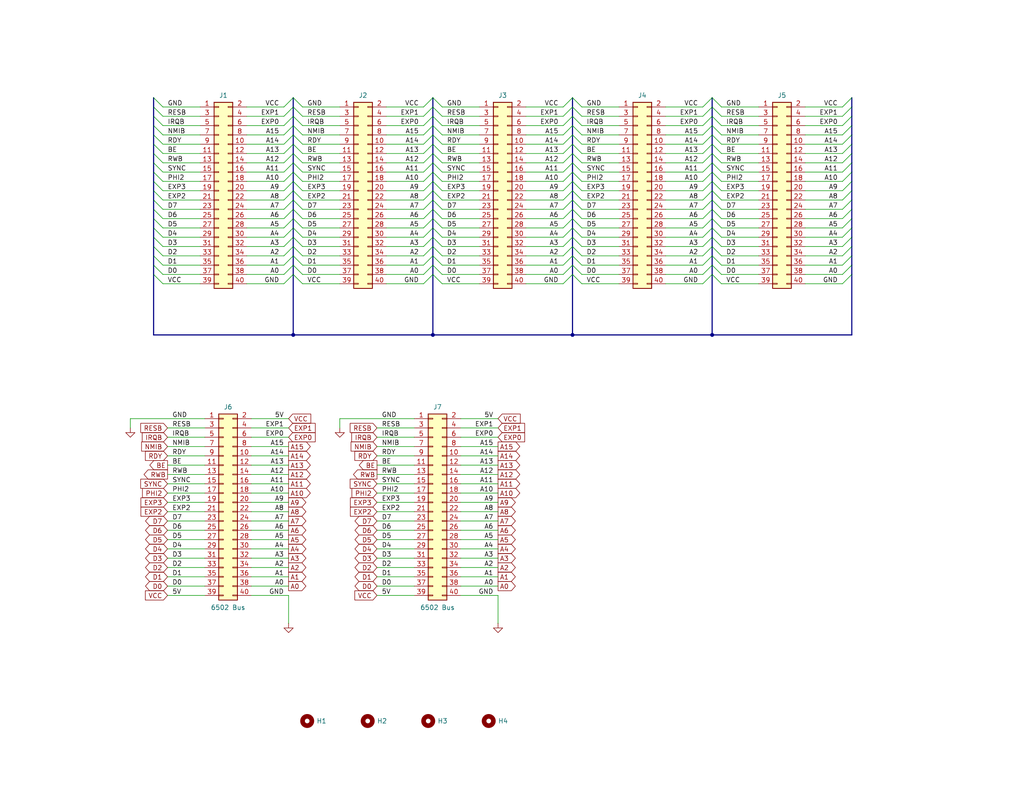
<source format=kicad_sch>
(kicad_sch (version 20231120) (generator "eeschema") (generator_version "8.0")
  (paper "USLetter")
  (title_block (title "6502 Backplane") (date "2024-07-03") (rev "1.0") (company "A.C. Wright Design"))
  (junction (at 156.21 91.44))
  (junction (at 118.11 91.44))
  (junction (at 80.01 91.44))
  (junction (at 194.31 91.44))
  (bus_entry (at 80.01 64.77) (size 2.54 2.54))
  (bus_entry (at 156.21 31.75) (size -2.54 2.54))
  (bus_entry (at 118.11 26.67) (size 2.54 2.54))
  (bus_entry (at 194.31 36.83) (size -2.54 2.54))
  (bus_entry (at 232.41 57.15) (size -2.54 2.54))
  (bus_entry (at 156.21 72.39) (size -2.54 2.54))
  (bus_entry (at 118.11 39.37) (size 2.54 2.54))
  (bus_entry (at 118.11 44.45) (size 2.54 2.54))
  (bus_entry (at 80.01 34.29) (size -2.54 2.54))
  (bus_entry (at 118.11 49.53) (size 2.54 2.54))
  (bus_entry (at 156.21 44.45) (size 2.54 2.54))
  (bus_entry (at 156.21 67.31) (size -2.54 2.54))
  (bus_entry (at 118.11 59.69) (size 2.54 2.54))
  (bus_entry (at 80.01 31.75) (size -2.54 2.54))
  (bus_entry (at 232.41 39.37) (size -2.54 2.54))
  (bus_entry (at 194.31 67.31) (size -2.54 2.54))
  (bus_entry (at 41.91 64.77) (size 2.54 2.54))
  (bus_entry (at 118.11 72.39) (size -2.54 2.54))
  (bus_entry (at 156.21 54.61) (size -2.54 2.54))
  (bus_entry (at 118.11 36.83) (size 2.54 2.54))
  (bus_entry (at 156.21 74.93) (size -2.54 2.54))
  (bus_entry (at 194.31 52.07) (size 2.54 2.54))
  (bus_entry (at 80.01 41.91) (size 2.54 2.54))
  (bus_entry (at 194.31 49.53) (size 2.54 2.54))
  (bus_entry (at 41.91 41.91) (size 2.54 2.54))
  (bus_entry (at 80.01 74.93) (size 2.54 2.54))
  (bus_entry (at 41.91 62.23) (size 2.54 2.54))
  (bus_entry (at 194.31 44.45) (size 2.54 2.54))
  (bus_entry (at 156.21 54.61) (size 2.54 2.54))
  (bus_entry (at 41.91 59.69) (size 2.54 2.54))
  (bus_entry (at 80.01 46.99) (size -2.54 2.54))
  (bus_entry (at 118.11 46.99) (size -2.54 2.54))
  (bus_entry (at 232.41 52.07) (size -2.54 2.54))
  (bus_entry (at 118.11 72.39) (size 2.54 2.54))
  (bus_entry (at 41.91 74.93) (size 2.54 2.54))
  (bus_entry (at 80.01 31.75) (size 2.54 2.54))
  (bus_entry (at 194.31 69.85) (size 2.54 2.54))
  (bus_entry (at 80.01 39.37) (size 2.54 2.54))
  (bus_entry (at 194.31 59.69) (size -2.54 2.54))
  (bus_entry (at 118.11 74.93) (size 2.54 2.54))
  (bus_entry (at 80.01 67.31) (size 2.54 2.54))
  (bus_entry (at 156.21 44.45) (size -2.54 2.54))
  (bus_entry (at 194.31 31.75) (size -2.54 2.54))
  (bus_entry (at 156.21 69.85) (size 2.54 2.54))
  (bus_entry (at 232.41 31.75) (size -2.54 2.54))
  (bus_entry (at 80.01 62.23) (size -2.54 2.54))
  (bus_entry (at 156.21 39.37) (size 2.54 2.54))
  (bus_entry (at 80.01 54.61) (size 2.54 2.54))
  (bus_entry (at 41.91 36.83) (size 2.54 2.54))
  (bus_entry (at 156.21 46.99) (size 2.54 2.54))
  (bus_entry (at 41.91 72.39) (size 2.54 2.54))
  (bus_entry (at 118.11 64.77) (size -2.54 2.54))
  (bus_entry (at 156.21 62.23) (size -2.54 2.54))
  (bus_entry (at 194.31 54.61) (size -2.54 2.54))
  (bus_entry (at 156.21 62.23) (size 2.54 2.54))
  (bus_entry (at 118.11 67.31) (size 2.54 2.54))
  (bus_entry (at 80.01 67.31) (size -2.54 2.54))
  (bus_entry (at 80.01 52.07) (size 2.54 2.54))
  (bus_entry (at 80.01 69.85) (size 2.54 2.54))
  (bus_entry (at 118.11 34.29) (size -2.54 2.54))
  (bus_entry (at 194.31 62.23) (size -2.54 2.54))
  (bus_entry (at 156.21 26.67) (size -2.54 2.54))
  (bus_entry (at 118.11 29.21) (size 2.54 2.54))
  (bus_entry (at 156.21 34.29) (size 2.54 2.54))
  (bus_entry (at 118.11 69.85) (size -2.54 2.54))
  (bus_entry (at 232.41 44.45) (size -2.54 2.54))
  (bus_entry (at 194.31 74.93) (size 2.54 2.54))
  (bus_entry (at 194.31 54.61) (size 2.54 2.54))
  (bus_entry (at 194.31 39.37) (size -2.54 2.54))
  (bus_entry (at 118.11 31.75) (size -2.54 2.54))
  (bus_entry (at 194.31 41.91) (size -2.54 2.54))
  (bus_entry (at 41.91 69.85) (size 2.54 2.54))
  (bus_entry (at 118.11 62.23) (size -2.54 2.54))
  (bus_entry (at 118.11 44.45) (size -2.54 2.54))
  (bus_entry (at 232.41 72.39) (size -2.54 2.54))
  (bus_entry (at 194.31 57.15) (size 2.54 2.54))
  (bus_entry (at 156.21 36.83) (size -2.54 2.54))
  (bus_entry (at 156.21 31.75) (size 2.54 2.54))
  (bus_entry (at 232.41 62.23) (size -2.54 2.54))
  (bus_entry (at 232.41 36.83) (size -2.54 2.54))
  (bus_entry (at 194.31 31.75) (size 2.54 2.54))
  (bus_entry (at 118.11 64.77) (size 2.54 2.54))
  (bus_entry (at 41.91 26.67) (size 2.54 2.54))
  (bus_entry (at 194.31 64.77) (size -2.54 2.54))
  (bus_entry (at 194.31 72.39) (size -2.54 2.54))
  (bus_entry (at 118.11 52.07) (size -2.54 2.54))
  (bus_entry (at 41.91 31.75) (size 2.54 2.54))
  (bus_entry (at 194.31 52.07) (size -2.54 2.54))
  (bus_entry (at 194.31 29.21) (size -2.54 2.54))
  (bus_entry (at 194.31 49.53) (size -2.54 2.54))
  (bus_entry (at 118.11 54.61) (size 2.54 2.54))
  (bus_entry (at 41.91 52.07) (size 2.54 2.54))
  (bus_entry (at 118.11 59.69) (size -2.54 2.54))
  (bus_entry (at 41.91 49.53) (size 2.54 2.54))
  (bus_entry (at 156.21 69.85) (size -2.54 2.54))
  (bus_entry (at 232.41 46.99) (size -2.54 2.54))
  (bus_entry (at 194.31 34.29) (size 2.54 2.54))
  (bus_entry (at 156.21 29.21) (size -2.54 2.54))
  (bus_entry (at 118.11 62.23) (size 2.54 2.54))
  (bus_entry (at 80.01 49.53) (size -2.54 2.54))
  (bus_entry (at 80.01 26.67) (size 2.54 2.54))
  (bus_entry (at 80.01 44.45) (size -2.54 2.54))
  (bus_entry (at 194.31 29.21) (size 2.54 2.54))
  (bus_entry (at 194.31 26.67) (size 2.54 2.54))
  (bus_entry (at 118.11 41.91) (size -2.54 2.54))
  (bus_entry (at 118.11 46.99) (size 2.54 2.54))
  (bus_entry (at 118.11 57.15) (size -2.54 2.54))
  (bus_entry (at 232.41 74.93) (size -2.54 2.54))
  (bus_entry (at 118.11 31.75) (size 2.54 2.54))
  (bus_entry (at 41.91 29.21) (size 2.54 2.54))
  (bus_entry (at 80.01 41.91) (size -2.54 2.54))
  (bus_entry (at 118.11 69.85) (size 2.54 2.54))
  (bus_entry (at 232.41 54.61) (size -2.54 2.54))
  (bus_entry (at 156.21 34.29) (size -2.54 2.54))
  (bus_entry (at 232.41 29.21) (size -2.54 2.54))
  (bus_entry (at 80.01 46.99) (size 2.54 2.54))
  (bus_entry (at 41.91 46.99) (size 2.54 2.54))
  (bus_entry (at 41.91 57.15) (size 2.54 2.54))
  (bus_entry (at 118.11 57.15) (size 2.54 2.54))
  (bus_entry (at 41.91 39.37) (size 2.54 2.54))
  (bus_entry (at 80.01 26.67) (size -2.54 2.54))
  (bus_entry (at 118.11 34.29) (size 2.54 2.54))
  (bus_entry (at 118.11 29.21) (size -2.54 2.54))
  (bus_entry (at 194.31 67.31) (size 2.54 2.54))
  (bus_entry (at 156.21 64.77) (size -2.54 2.54))
  (bus_entry (at 156.21 59.69) (size -2.54 2.54))
  (bus_entry (at 156.21 64.77) (size 2.54 2.54))
  (bus_entry (at 41.91 54.61) (size 2.54 2.54))
  (bus_entry (at 156.21 49.53) (size -2.54 2.54))
  (bus_entry (at 194.31 26.67) (size -2.54 2.54))
  (bus_entry (at 194.31 46.99) (size -2.54 2.54))
  (bus_entry (at 194.31 44.45) (size -2.54 2.54))
  (bus_entry (at 80.01 36.83) (size -2.54 2.54))
  (bus_entry (at 80.01 74.93) (size -2.54 2.54))
  (bus_entry (at 156.21 67.31) (size 2.54 2.54))
  (bus_entry (at 80.01 64.77) (size -2.54 2.54))
  (bus_entry (at 118.11 54.61) (size -2.54 2.54))
  (bus_entry (at 156.21 52.07) (size -2.54 2.54))
  (bus_entry (at 80.01 39.37) (size -2.54 2.54))
  (bus_entry (at 80.01 59.69) (size -2.54 2.54))
  (bus_entry (at 80.01 29.21) (size 2.54 2.54))
  (bus_entry (at 232.41 41.91) (size -2.54 2.54))
  (bus_entry (at 80.01 29.21) (size -2.54 2.54))
  (bus_entry (at 232.41 59.69) (size -2.54 2.54))
  (bus_entry (at 194.31 64.77) (size 2.54 2.54))
  (bus_entry (at 118.11 39.37) (size -2.54 2.54))
  (bus_entry (at 156.21 74.93) (size 2.54 2.54))
  (bus_entry (at 118.11 41.91) (size 2.54 2.54))
  (bus_entry (at 232.41 34.29) (size -2.54 2.54))
  (bus_entry (at 232.41 67.31) (size -2.54 2.54))
  (bus_entry (at 194.31 59.69) (size 2.54 2.54))
  (bus_entry (at 232.41 49.53) (size -2.54 2.54))
  (bus_entry (at 156.21 41.91) (size 2.54 2.54))
  (bus_entry (at 118.11 36.83) (size -2.54 2.54))
  (bus_entry (at 118.11 49.53) (size -2.54 2.54))
  (bus_entry (at 41.91 34.29) (size 2.54 2.54))
  (bus_entry (at 80.01 54.61) (size -2.54 2.54))
  (bus_entry (at 80.01 57.15) (size 2.54 2.54))
  (bus_entry (at 156.21 39.37) (size -2.54 2.54))
  (bus_entry (at 194.31 57.15) (size -2.54 2.54))
  (bus_entry (at 232.41 69.85) (size -2.54 2.54))
  (bus_entry (at 80.01 72.39) (size 2.54 2.54))
  (bus_entry (at 156.21 49.53) (size 2.54 2.54))
  (bus_entry (at 118.11 52.07) (size 2.54 2.54))
  (bus_entry (at 118.11 74.93) (size -2.54 2.54))
  (bus_entry (at 194.31 41.91) (size 2.54 2.54))
  (bus_entry (at 80.01 34.29) (size 2.54 2.54))
  (bus_entry (at 41.91 44.45) (size 2.54 2.54))
  (bus_entry (at 232.41 26.67) (size -2.54 2.54))
  (bus_entry (at 80.01 69.85) (size -2.54 2.54))
  (bus_entry (at 156.21 36.83) (size 2.54 2.54))
  (bus_entry (at 80.01 62.23) (size 2.54 2.54))
  (bus_entry (at 194.31 46.99) (size 2.54 2.54))
  (bus_entry (at 194.31 34.29) (size -2.54 2.54))
  (bus_entry (at 194.31 69.85) (size -2.54 2.54))
  (bus_entry (at 156.21 59.69) (size 2.54 2.54))
  (bus_entry (at 194.31 62.23) (size 2.54 2.54))
  (bus_entry (at 156.21 41.91) (size -2.54 2.54))
  (bus_entry (at 80.01 36.83) (size 2.54 2.54))
  (bus_entry (at 118.11 26.67) (size -2.54 2.54))
  (bus_entry (at 80.01 57.15) (size -2.54 2.54))
  (bus_entry (at 80.01 44.45) (size 2.54 2.54))
  (bus_entry (at 80.01 72.39) (size -2.54 2.54))
  (bus_entry (at 156.21 46.99) (size -2.54 2.54))
  (bus_entry (at 80.01 52.07) (size -2.54 2.54))
  (bus_entry (at 194.31 74.93) (size -2.54 2.54))
  (bus_entry (at 156.21 57.15) (size 2.54 2.54))
  (bus_entry (at 232.41 64.77) (size -2.54 2.54))
  (bus_entry (at 156.21 26.67) (size 2.54 2.54))
  (bus_entry (at 156.21 29.21) (size 2.54 2.54))
  (bus_entry (at 156.21 72.39) (size 2.54 2.54))
  (bus_entry (at 194.31 72.39) (size 2.54 2.54))
  (bus_entry (at 80.01 49.53) (size 2.54 2.54))
  (bus_entry (at 118.11 67.31) (size -2.54 2.54))
  (bus_entry (at 194.31 36.83) (size 2.54 2.54))
  (bus_entry (at 80.01 59.69) (size 2.54 2.54))
  (bus_entry (at 156.21 57.15) (size -2.54 2.54))
  (bus_entry (at 194.31 39.37) (size 2.54 2.54))
  (bus_entry (at 156.21 52.07) (size 2.54 2.54))
  (bus_entry (at 41.91 67.31) (size 2.54 2.54))
  (wire (pts (xy 158.75 59.69) (xy 168.91 59.69)))
  (bus (pts (xy 194.31 59.69) (xy 194.31 62.23)))
  (bus (pts (xy 156.21 57.15) (xy 156.21 59.69)))
  (bus (pts (xy 80.01 41.91) (xy 80.01 44.45)))
  (wire (pts (xy 125.73 116.84) (xy 135.89 116.84)))
  (wire (pts (xy 135.89 144.78) (xy 125.73 144.78)))
  (wire (pts (xy 105.41 29.21) (xy 115.57 29.21)))
  (wire (pts (xy 102.87 139.7) (xy 113.03 139.7)))
  (bus (pts (xy 232.41 44.45) (xy 232.41 46.99)))
  (wire (pts (xy 67.31 41.91) (xy 77.47 41.91)))
  (wire (pts (xy 102.87 154.94) (xy 113.03 154.94)))
  (bus (pts (xy 41.91 36.83) (xy 41.91 39.37)))
  (wire (pts (xy 120.65 29.21) (xy 130.81 29.21)))
  (bus (pts (xy 156.21 44.45) (xy 156.21 46.99)))
  (wire (pts (xy 153.67 64.77) (xy 143.51 64.77)))
  (bus (pts (xy 156.21 74.93) (xy 156.21 91.44)))
  (wire (pts (xy 113.03 147.32) (xy 102.87 147.32)))
  (wire (pts (xy 82.55 59.69) (xy 92.71 59.69)))
  (wire (pts (xy 55.88 152.4) (xy 45.72 152.4)))
  (wire (pts (xy 125.73 157.48) (xy 135.89 157.48)))
  (wire (pts (xy 153.67 49.53) (xy 143.51 49.53)))
  (bus (pts (xy 194.31 41.91) (xy 194.31 44.45)))
  (bus (pts (xy 41.91 69.85) (xy 41.91 72.39)))
  (wire (pts (xy 120.65 54.61) (xy 130.81 54.61)))
  (wire (pts (xy 92.71 41.91) (xy 82.55 41.91)))
  (wire (pts (xy 229.87 54.61) (xy 219.71 54.61)))
  (wire (pts (xy 130.81 41.91) (xy 120.65 41.91)))
  (wire (pts (xy 191.77 34.29) (xy 181.61 34.29)))
  (wire (pts (xy 229.87 34.29) (xy 219.71 34.29)))
  (wire (pts (xy 102.87 116.84) (xy 113.03 116.84)))
  (wire (pts (xy 113.03 132.08) (xy 102.87 132.08)))
  (bus (pts (xy 80.01 59.69) (xy 80.01 62.23)))
  (wire (pts (xy 130.81 72.39) (xy 120.65 72.39)))
  (wire (pts (xy 158.75 36.83) (xy 168.91 36.83)))
  (bus (pts (xy 80.01 57.15) (xy 80.01 59.69)))
  (bus (pts (xy 194.31 31.75) (xy 194.31 34.29)))
  (wire (pts (xy 130.81 57.15) (xy 120.65 57.15)))
  (wire (pts (xy 68.58 157.48) (xy 78.74 157.48)))
  (wire (pts (xy 44.45 59.69) (xy 54.61 59.69)))
  (bus (pts (xy 156.21 39.37) (xy 156.21 41.91)))
  (wire (pts (xy 105.41 77.47) (xy 115.57 77.47)))
  (bus (pts (xy 80.01 39.37) (xy 80.01 41.91)))
  (wire (pts (xy 77.47 39.37) (xy 67.31 39.37)))
  (wire (pts (xy 35.56 116.84) (xy 35.56 114.3)))
  (wire (pts (xy 158.75 39.37) (xy 168.91 39.37)))
  (bus (pts (xy 80.01 64.77) (xy 80.01 67.31)))
  (wire (pts (xy 125.73 132.08) (xy 135.89 132.08)))
  (bus (pts (xy 80.01 74.93) (xy 80.01 91.44)))
  (bus (pts (xy 118.11 46.99) (xy 118.11 49.53)))
  (wire (pts (xy 45.72 134.62) (xy 55.88 134.62)))
  (bus (pts (xy 232.41 41.91) (xy 232.41 44.45)))
  (bus (pts (xy 80.01 36.83) (xy 80.01 39.37)))
  (bus (pts (xy 118.11 36.83) (xy 118.11 39.37)))
  (wire (pts (xy 130.81 36.83) (xy 120.65 36.83)))
  (wire (pts (xy 105.41 41.91) (xy 115.57 41.91)))
  (wire (pts (xy 55.88 132.08) (xy 45.72 132.08)))
  (bus (pts (xy 156.21 54.61) (xy 156.21 57.15)))
  (bus (pts (xy 156.21 67.31) (xy 156.21 69.85)))
  (wire (pts (xy 181.61 62.23) (xy 191.77 62.23)))
  (wire (pts (xy 158.75 54.61) (xy 168.91 54.61)))
  (bus (pts (xy 156.21 59.69) (xy 156.21 62.23)))
  (wire (pts (xy 44.45 74.93) (xy 54.61 74.93)))
  (wire (pts (xy 44.45 36.83) (xy 54.61 36.83)))
  (wire (pts (xy 120.65 59.69) (xy 130.81 59.69)))
  (bus (pts (xy 80.01 49.53) (xy 80.01 52.07)))
  (wire (pts (xy 67.31 46.99) (xy 77.47 46.99)))
  (bus (pts (xy 41.91 59.69) (xy 41.91 62.23)))
  (wire (pts (xy 68.58 152.4) (xy 78.74 152.4)))
  (bus (pts (xy 232.41 46.99) (xy 232.41 49.53)))
  (bus (pts (xy 118.11 62.23) (xy 118.11 64.77)))
  (wire (pts (xy 196.85 54.61) (xy 207.01 54.61)))
  (wire (pts (xy 158.75 49.53) (xy 168.91 49.53)))
  (wire (pts (xy 229.87 64.77) (xy 219.71 64.77)))
  (wire (pts (xy 78.74 162.56) (xy 78.74 170.18)))
  (wire (pts (xy 82.55 64.77) (xy 92.71 64.77)))
  (bus (pts (xy 80.01 67.31) (xy 80.01 69.85)))
  (wire (pts (xy 44.45 54.61) (xy 54.61 54.61)))
  (bus (pts (xy 41.91 29.21) (xy 41.91 31.75)))
  (wire (pts (xy 105.41 46.99) (xy 115.57 46.99)))
  (wire (pts (xy 130.81 31.75) (xy 120.65 31.75)))
  (wire (pts (xy 45.72 149.86) (xy 55.88 149.86)))
  (bus (pts (xy 232.41 52.07) (xy 232.41 54.61)))
  (wire (pts (xy 54.61 62.23) (xy 44.45 62.23)))
  (wire (pts (xy 229.87 44.45) (xy 219.71 44.45)))
  (wire (pts (xy 196.85 31.75) (xy 207.01 31.75)))
  (bus (pts (xy 232.41 57.15) (xy 232.41 59.69)))
  (wire (pts (xy 143.51 46.99) (xy 153.67 46.99)))
  (wire (pts (xy 196.85 44.45) (xy 207.01 44.45)))
  (wire (pts (xy 120.65 64.77) (xy 130.81 64.77)))
  (wire (pts (xy 92.71 62.23) (xy 82.55 62.23)))
  (bus (pts (xy 194.31 62.23) (xy 194.31 64.77)))
  (bus (pts (xy 194.31 34.29) (xy 194.31 36.83)))
  (wire (pts (xy 181.61 67.31) (xy 191.77 67.31)))
  (wire (pts (xy 82.55 34.29) (xy 92.71 34.29)))
  (wire (pts (xy 54.61 41.91) (xy 44.45 41.91)))
  (bus (pts (xy 156.21 34.29) (xy 156.21 36.83)))
  (wire (pts (xy 125.73 121.92) (xy 135.89 121.92)))
  (bus (pts (xy 194.31 44.45) (xy 194.31 46.99)))
  (bus (pts (xy 41.91 34.29) (xy 41.91 36.83)))
  (wire (pts (xy 219.71 57.15) (xy 229.87 57.15)))
  (wire (pts (xy 229.87 49.53) (xy 219.71 49.53)))
  (wire (pts (xy 115.57 39.37) (xy 105.41 39.37)))
  (wire (pts (xy 191.77 54.61) (xy 181.61 54.61)))
  (bus (pts (xy 194.31 57.15) (xy 194.31 59.69)))
  (wire (pts (xy 219.71 72.39) (xy 229.87 72.39)))
  (wire (pts (xy 102.87 160.02) (xy 113.03 160.02)))
  (bus (pts (xy 156.21 62.23) (xy 156.21 64.77)))
  (wire (pts (xy 44.45 44.45) (xy 54.61 44.45)))
  (wire (pts (xy 105.41 72.39) (xy 115.57 72.39)))
  (wire (pts (xy 229.87 74.93) (xy 219.71 74.93)))
  (wire (pts (xy 115.57 34.29) (xy 105.41 34.29)))
  (wire (pts (xy 115.57 64.77) (xy 105.41 64.77)))
  (wire (pts (xy 105.41 36.83) (xy 115.57 36.83)))
  (wire (pts (xy 92.71 57.15) (xy 82.55 57.15)))
  (wire (pts (xy 125.73 152.4) (xy 135.89 152.4)))
  (bus (pts (xy 232.41 49.53) (xy 232.41 52.07)))
  (wire (pts (xy 135.89 160.02) (xy 125.73 160.02)))
  (wire (pts (xy 181.61 72.39) (xy 191.77 72.39)))
  (bus (pts (xy 118.11 64.77) (xy 118.11 67.31)))
  (wire (pts (xy 153.67 39.37) (xy 143.51 39.37)))
  (bus (pts (xy 41.91 44.45) (xy 41.91 46.99)))
  (wire (pts (xy 68.58 116.84) (xy 78.74 116.84)))
  (wire (pts (xy 191.77 44.45) (xy 181.61 44.45)))
  (wire (pts (xy 130.81 46.99) (xy 120.65 46.99)))
  (wire (pts (xy 120.65 49.53) (xy 130.81 49.53)))
  (bus (pts (xy 156.21 36.83) (xy 156.21 39.37)))
  (wire (pts (xy 135.89 139.7) (xy 125.73 139.7)))
  (wire (pts (xy 78.74 139.7) (xy 68.58 139.7)))
  (wire (pts (xy 68.58 162.56) (xy 78.74 162.56)))
  (wire (pts (xy 219.71 67.31) (xy 229.87 67.31)))
  (wire (pts (xy 67.31 62.23) (xy 77.47 62.23)))
  (bus (pts (xy 232.41 67.31) (xy 232.41 69.85)))
  (bus (pts (xy 41.91 52.07) (xy 41.91 54.61)))
  (wire (pts (xy 135.89 162.56) (xy 135.89 170.18)))
  (wire (pts (xy 207.01 57.15) (xy 196.85 57.15)))
  (wire (pts (xy 102.87 162.56) (xy 113.03 162.56)))
  (bus (pts (xy 156.21 49.53) (xy 156.21 52.07)))
  (wire (pts (xy 158.75 44.45) (xy 168.91 44.45)))
  (wire (pts (xy 115.57 74.93) (xy 105.41 74.93)))
  (wire (pts (xy 92.71 116.84) (xy 92.71 114.3)))
  (bus (pts (xy 118.11 34.29) (xy 118.11 36.83)))
  (bus (pts (xy 232.41 72.39) (xy 232.41 74.93)))
  (wire (pts (xy 229.87 59.69) (xy 219.71 59.69)))
  (wire (pts (xy 102.87 144.78) (xy 113.03 144.78)))
  (wire (pts (xy 135.89 154.94) (xy 125.73 154.94)))
  (bus (pts (xy 80.01 31.75) (xy 80.01 34.29)))
  (wire (pts (xy 68.58 114.3) (xy 78.74 114.3)))
  (bus (pts (xy 80.01 52.07) (xy 80.01 54.61)))
  (bus (pts (xy 232.41 29.21) (xy 232.41 31.75)))
  (wire (pts (xy 54.61 46.99) (xy 44.45 46.99)))
  (wire (pts (xy 82.55 77.47) (xy 92.71 77.47)))
  (bus (pts (xy 41.91 72.39) (xy 41.91 74.93)))
  (wire (pts (xy 143.51 67.31) (xy 153.67 67.31)))
  (wire (pts (xy 207.01 72.39) (xy 196.85 72.39)))
  (wire (pts (xy 44.45 49.53) (xy 54.61 49.53)))
  (wire (pts (xy 67.31 77.47) (xy 77.47 77.47)))
  (wire (pts (xy 113.03 137.16) (xy 102.87 137.16)))
  (bus (pts (xy 194.31 52.07) (xy 194.31 54.61)))
  (wire (pts (xy 120.65 74.93) (xy 130.81 74.93)))
  (bus (pts (xy 80.01 44.45) (xy 80.01 46.99)))
  (wire (pts (xy 219.71 52.07) (xy 229.87 52.07)))
  (wire (pts (xy 78.74 129.54) (xy 68.58 129.54)))
  (wire (pts (xy 196.85 34.29) (xy 207.01 34.29)))
  (wire (pts (xy 55.88 127) (xy 45.72 127)))
  (wire (pts (xy 77.47 54.61) (xy 67.31 54.61)))
  (bus (pts (xy 118.11 29.21) (xy 118.11 31.75)))
  (bus (pts (xy 118.11 91.44) (xy 156.21 91.44)))
  (bus (pts (xy 41.91 41.91) (xy 41.91 44.45)))
  (wire (pts (xy 207.01 62.23) (xy 196.85 62.23)))
  (bus (pts (xy 80.01 54.61) (xy 80.01 57.15)))
  (bus (pts (xy 118.11 39.37) (xy 118.11 41.91)))
  (bus (pts (xy 156.21 69.85) (xy 156.21 72.39)))
  (wire (pts (xy 44.45 64.77) (xy 54.61 64.77)))
  (wire (pts (xy 82.55 31.75) (xy 92.71 31.75)))
  (wire (pts (xy 68.58 121.92) (xy 78.74 121.92)))
  (wire (pts (xy 191.77 39.37) (xy 181.61 39.37)))
  (wire (pts (xy 77.47 64.77) (xy 67.31 64.77)))
  (wire (pts (xy 44.45 34.29) (xy 54.61 34.29)))
  (wire (pts (xy 92.71 114.3) (xy 113.03 114.3)))
  (wire (pts (xy 196.85 36.83) (xy 207.01 36.83)))
  (wire (pts (xy 68.58 142.24) (xy 78.74 142.24)))
  (wire (pts (xy 102.87 149.86) (xy 113.03 149.86)))
  (wire (pts (xy 115.57 69.85) (xy 105.41 69.85)))
  (wire (pts (xy 45.72 124.46) (xy 55.88 124.46)))
  (wire (pts (xy 45.72 116.84) (xy 55.88 116.84)))
  (wire (pts (xy 120.65 77.47) (xy 130.81 77.47)))
  (wire (pts (xy 158.75 74.93) (xy 168.91 74.93)))
  (bus (pts (xy 80.01 69.85) (xy 80.01 72.39)))
  (wire (pts (xy 196.85 49.53) (xy 207.01 49.53)))
  (wire (pts (xy 68.58 132.08) (xy 78.74 132.08)))
  (wire (pts (xy 158.75 69.85) (xy 168.91 69.85)))
  (wire (pts (xy 158.75 29.21) (xy 168.91 29.21)))
  (wire (pts (xy 78.74 144.78) (xy 68.58 144.78)))
  (bus (pts (xy 194.31 26.67) (xy 194.31 29.21)))
  (bus (pts (xy 232.41 74.93) (xy 232.41 91.44)))
  (wire (pts (xy 54.61 52.07) (xy 44.45 52.07)))
  (bus (pts (xy 156.21 91.44) (xy 194.31 91.44)))
  (wire (pts (xy 120.65 39.37) (xy 130.81 39.37)))
  (wire (pts (xy 105.41 67.31) (xy 115.57 67.31)))
  (wire (pts (xy 115.57 49.53) (xy 105.41 49.53)))
  (wire (pts (xy 143.51 31.75) (xy 153.67 31.75)))
  (wire (pts (xy 135.89 119.38) (xy 125.73 119.38)))
  (wire (pts (xy 45.72 139.7) (xy 55.88 139.7)))
  (bus (pts (xy 232.41 36.83) (xy 232.41 39.37)))
  (wire (pts (xy 181.61 57.15) (xy 191.77 57.15)))
  (wire (pts (xy 219.71 41.91) (xy 229.87 41.91)))
  (wire (pts (xy 181.61 46.99) (xy 191.77 46.99)))
  (wire (pts (xy 181.61 41.91) (xy 191.77 41.91)))
  (wire (pts (xy 115.57 59.69) (xy 105.41 59.69)))
  (wire (pts (xy 168.91 46.99) (xy 158.75 46.99)))
  (wire (pts (xy 113.03 127) (xy 102.87 127)))
  (wire (pts (xy 143.51 36.83) (xy 153.67 36.83)))
  (wire (pts (xy 115.57 44.45) (xy 105.41 44.45)))
  (wire (pts (xy 102.87 134.62) (xy 113.03 134.62)))
  (wire (pts (xy 168.91 62.23) (xy 158.75 62.23)))
  (wire (pts (xy 55.88 142.24) (xy 45.72 142.24)))
  (wire (pts (xy 153.67 74.93) (xy 143.51 74.93)))
  (wire (pts (xy 82.55 39.37) (xy 92.71 39.37)))
  (wire (pts (xy 143.51 72.39) (xy 153.67 72.39)))
  (wire (pts (xy 158.75 77.47) (xy 168.91 77.47)))
  (bus (pts (xy 232.41 39.37) (xy 232.41 41.91)))
  (wire (pts (xy 44.45 31.75) (xy 54.61 31.75)))
  (wire (pts (xy 196.85 74.93) (xy 207.01 74.93)))
  (wire (pts (xy 143.51 62.23) (xy 153.67 62.23)))
  (wire (pts (xy 207.01 52.07) (xy 196.85 52.07)))
  (bus (pts (xy 41.91 57.15) (xy 41.91 59.69)))
  (bus (pts (xy 80.01 29.21) (xy 80.01 31.75)))
  (wire (pts (xy 92.71 36.83) (xy 82.55 36.83)))
  (wire (pts (xy 219.71 46.99) (xy 229.87 46.99)))
  (wire (pts (xy 135.89 149.86) (xy 125.73 149.86)))
  (bus (pts (xy 194.31 72.39) (xy 194.31 74.93)))
  (wire (pts (xy 67.31 36.83) (xy 77.47 36.83)))
  (wire (pts (xy 196.85 59.69) (xy 207.01 59.69)))
  (wire (pts (xy 191.77 49.53) (xy 181.61 49.53)))
  (wire (pts (xy 219.71 77.47) (xy 229.87 77.47)))
  (bus (pts (xy 194.31 36.83) (xy 194.31 39.37)))
  (wire (pts (xy 191.77 69.85) (xy 181.61 69.85)))
  (wire (pts (xy 125.73 162.56) (xy 135.89 162.56)))
  (wire (pts (xy 153.67 44.45) (xy 143.51 44.45)))
  (wire (pts (xy 219.71 62.23) (xy 229.87 62.23)))
  (bus (pts (xy 41.91 62.23) (xy 41.91 64.77)))
  (bus (pts (xy 118.11 54.61) (xy 118.11 57.15)))
  (wire (pts (xy 55.88 137.16) (xy 45.72 137.16)))
  (bus (pts (xy 194.31 67.31) (xy 194.31 69.85)))
  (bus (pts (xy 194.31 69.85) (xy 194.31 72.39)))
  (bus (pts (xy 118.11 72.39) (xy 118.11 74.93)))
  (bus (pts (xy 80.01 34.29) (xy 80.01 36.83)))
  (wire (pts (xy 143.51 77.47) (xy 153.67 77.47)))
  (wire (pts (xy 67.31 67.31) (xy 77.47 67.31)))
  (wire (pts (xy 196.85 77.47) (xy 207.01 77.47)))
  (wire (pts (xy 92.71 67.31) (xy 82.55 67.31)))
  (bus (pts (xy 194.31 54.61) (xy 194.31 57.15)))
  (bus (pts (xy 118.11 59.69) (xy 118.11 62.23)))
  (wire (pts (xy 168.91 67.31) (xy 158.75 67.31)))
  (wire (pts (xy 196.85 39.37) (xy 207.01 39.37)))
  (wire (pts (xy 125.73 127) (xy 135.89 127)))
  (wire (pts (xy 67.31 57.15) (xy 77.47 57.15)))
  (wire (pts (xy 191.77 64.77) (xy 181.61 64.77)))
  (wire (pts (xy 67.31 72.39) (xy 77.47 72.39)))
  (bus (pts (xy 41.91 74.93) (xy 41.91 91.44)))
  (bus (pts (xy 41.91 64.77) (xy 41.91 67.31)))
  (wire (pts (xy 92.71 72.39) (xy 82.55 72.39)))
  (wire (pts (xy 196.85 64.77) (xy 207.01 64.77)))
  (wire (pts (xy 105.41 62.23) (xy 115.57 62.23)))
  (bus (pts (xy 194.31 46.99) (xy 194.31 49.53)))
  (wire (pts (xy 130.81 52.07) (xy 120.65 52.07)))
  (wire (pts (xy 168.91 41.91) (xy 158.75 41.91)))
  (wire (pts (xy 229.87 39.37) (xy 219.71 39.37)))
  (wire (pts (xy 113.03 157.48) (xy 102.87 157.48)))
  (wire (pts (xy 196.85 29.21) (xy 207.01 29.21)))
  (wire (pts (xy 158.75 34.29) (xy 168.91 34.29)))
  (bus (pts (xy 156.21 26.67) (xy 156.21 29.21)))
  (wire (pts (xy 125.73 147.32) (xy 135.89 147.32)))
  (wire (pts (xy 181.61 36.83) (xy 191.77 36.83)))
  (bus (pts (xy 194.31 39.37) (xy 194.31 41.91)))
  (bus (pts (xy 118.11 31.75) (xy 118.11 34.29)))
  (wire (pts (xy 191.77 59.69) (xy 181.61 59.69)))
  (wire (pts (xy 153.67 54.61) (xy 143.51 54.61)))
  (wire (pts (xy 45.72 121.92) (xy 55.88 121.92)))
  (bus (pts (xy 156.21 72.39) (xy 156.21 74.93)))
  (wire (pts (xy 55.88 157.48) (xy 45.72 157.48)))
  (bus (pts (xy 156.21 64.77) (xy 156.21 67.31)))
  (bus (pts (xy 232.41 62.23) (xy 232.41 64.77)))
  (wire (pts (xy 181.61 52.07) (xy 191.77 52.07)))
  (wire (pts (xy 54.61 67.31) (xy 44.45 67.31)))
  (wire (pts (xy 45.72 162.56) (xy 55.88 162.56)))
  (wire (pts (xy 44.45 69.85) (xy 54.61 69.85)))
  (bus (pts (xy 41.91 26.67) (xy 41.91 29.21)))
  (bus (pts (xy 80.01 46.99) (xy 80.01 49.53)))
  (wire (pts (xy 113.03 142.24) (xy 102.87 142.24)))
  (bus (pts (xy 41.91 67.31) (xy 41.91 69.85)))
  (wire (pts (xy 35.56 114.3) (xy 55.88 114.3)))
  (bus (pts (xy 118.11 74.93) (xy 118.11 91.44)))
  (bus (pts (xy 118.11 52.07) (xy 118.11 54.61)))
  (wire (pts (xy 143.51 29.21) (xy 153.67 29.21)))
  (wire (pts (xy 207.01 46.99) (xy 196.85 46.99)))
  (wire (pts (xy 168.91 72.39) (xy 158.75 72.39)))
  (wire (pts (xy 105.41 57.15) (xy 115.57 57.15)))
  (bus (pts (xy 232.41 69.85) (xy 232.41 72.39)))
  (bus (pts (xy 41.91 46.99) (xy 41.91 49.53)))
  (wire (pts (xy 102.87 121.92) (xy 113.03 121.92)))
  (bus (pts (xy 156.21 41.91) (xy 156.21 44.45)))
  (wire (pts (xy 54.61 72.39) (xy 44.45 72.39)))
  (wire (pts (xy 120.65 44.45) (xy 130.81 44.45)))
  (wire (pts (xy 54.61 57.15) (xy 44.45 57.15)))
  (wire (pts (xy 207.01 41.91) (xy 196.85 41.91)))
  (wire (pts (xy 102.87 119.38) (xy 113.03 119.38)))
  (bus (pts (xy 194.31 49.53) (xy 194.31 52.07)))
  (wire (pts (xy 120.65 34.29) (xy 130.81 34.29)))
  (wire (pts (xy 44.45 39.37) (xy 54.61 39.37)))
  (wire (pts (xy 158.75 31.75) (xy 168.91 31.75)))
  (wire (pts (xy 78.74 119.38) (xy 68.58 119.38)))
  (wire (pts (xy 181.61 31.75) (xy 191.77 31.75)))
  (wire (pts (xy 78.74 134.62) (xy 68.58 134.62)))
  (wire (pts (xy 196.85 69.85) (xy 207.01 69.85)))
  (wire (pts (xy 135.89 134.62) (xy 125.73 134.62)))
  (bus (pts (xy 156.21 29.21) (xy 156.21 31.75)))
  (wire (pts (xy 45.72 144.78) (xy 55.88 144.78)))
  (wire (pts (xy 82.55 29.21) (xy 92.71 29.21)))
  (bus (pts (xy 80.01 26.67) (xy 80.01 29.21)))
  (bus (pts (xy 232.41 54.61) (xy 232.41 57.15)))
  (bus (pts (xy 232.41 64.77) (xy 232.41 67.31)))
  (wire (pts (xy 82.55 54.61) (xy 92.71 54.61)))
  (wire (pts (xy 143.51 57.15) (xy 153.67 57.15)))
  (wire (pts (xy 191.77 74.93) (xy 181.61 74.93)))
  (wire (pts (xy 181.61 77.47) (xy 191.77 77.47)))
  (wire (pts (xy 207.01 67.31) (xy 196.85 67.31)))
  (bus (pts (xy 156.21 31.75) (xy 156.21 34.29)))
  (wire (pts (xy 130.81 62.23) (xy 120.65 62.23)))
  (bus (pts (xy 41.91 91.44) (xy 80.01 91.44)))
  (wire (pts (xy 68.58 137.16) (xy 78.74 137.16)))
  (wire (pts (xy 125.73 137.16) (xy 135.89 137.16)))
  (wire (pts (xy 77.47 34.29) (xy 67.31 34.29)))
  (wire (pts (xy 77.47 69.85) (xy 67.31 69.85)))
  (bus (pts (xy 118.11 57.15) (xy 118.11 59.69)))
  (wire (pts (xy 45.72 160.02) (xy 55.88 160.02)))
  (wire (pts (xy 78.74 154.94) (xy 68.58 154.94)))
  (wire (pts (xy 153.67 59.69) (xy 143.51 59.69)))
  (bus (pts (xy 156.21 52.07) (xy 156.21 54.61)))
  (wire (pts (xy 219.71 31.75) (xy 229.87 31.75)))
  (wire (pts (xy 102.87 124.46) (xy 113.03 124.46)))
  (bus (pts (xy 118.11 26.67) (xy 118.11 29.21)))
  (wire (pts (xy 102.87 129.54) (xy 113.03 129.54)))
  (wire (pts (xy 77.47 44.45) (xy 67.31 44.45)))
  (bus (pts (xy 80.01 72.39) (xy 80.01 74.93)))
  (bus (pts (xy 232.41 34.29) (xy 232.41 36.83)))
  (wire (pts (xy 67.31 52.07) (xy 77.47 52.07)))
  (wire (pts (xy 78.74 149.86) (xy 68.58 149.86)))
  (wire (pts (xy 77.47 74.93) (xy 67.31 74.93)))
  (wire (pts (xy 55.88 147.32) (xy 45.72 147.32)))
  (wire (pts (xy 82.55 69.85) (xy 92.71 69.85)))
  (bus (pts (xy 194.31 29.21) (xy 194.31 31.75)))
  (bus (pts (xy 118.11 44.45) (xy 118.11 46.99)))
  (bus (pts (xy 232.41 59.69) (xy 232.41 62.23)))
  (wire (pts (xy 105.41 31.75) (xy 115.57 31.75)))
  (wire (pts (xy 82.55 74.93) (xy 92.71 74.93)))
  (wire (pts (xy 143.51 41.91) (xy 153.67 41.91)))
  (wire (pts (xy 115.57 54.61) (xy 105.41 54.61)))
  (wire (pts (xy 135.89 124.46) (xy 125.73 124.46)))
  (wire (pts (xy 153.67 69.85) (xy 143.51 69.85)))
  (wire (pts (xy 82.55 49.53) (xy 92.71 49.53)))
  (bus (pts (xy 41.91 54.61) (xy 41.91 57.15)))
  (wire (pts (xy 219.71 29.21) (xy 229.87 29.21)))
  (bus (pts (xy 232.41 31.75) (xy 232.41 34.29)))
  (bus (pts (xy 118.11 49.53) (xy 118.11 52.07)))
  (wire (pts (xy 45.72 129.54) (xy 55.88 129.54)))
  (bus (pts (xy 156.21 46.99) (xy 156.21 49.53)))
  (wire (pts (xy 181.61 29.21) (xy 191.77 29.21)))
  (wire (pts (xy 219.71 36.83) (xy 229.87 36.83)))
  (wire (pts (xy 153.67 34.29) (xy 143.51 34.29)))
  (wire (pts (xy 45.72 154.94) (xy 55.88 154.94)))
  (wire (pts (xy 229.87 69.85) (xy 219.71 69.85)))
  (bus (pts (xy 41.91 49.53) (xy 41.91 52.07)))
  (wire (pts (xy 120.65 69.85) (xy 130.81 69.85)))
  (bus (pts (xy 41.91 39.37) (xy 41.91 41.91)))
  (wire (pts (xy 68.58 147.32) (xy 78.74 147.32)))
  (wire (pts (xy 130.81 67.31) (xy 120.65 67.31)))
  (bus (pts (xy 80.01 62.23) (xy 80.01 64.77)))
  (wire (pts (xy 92.71 52.07) (xy 82.55 52.07)))
  (wire (pts (xy 45.72 119.38) (xy 55.88 119.38)))
  (wire (pts (xy 44.45 77.47) (xy 54.61 77.47)))
  (wire (pts (xy 44.45 29.21) (xy 54.61 29.21)))
  (wire (pts (xy 67.31 29.21) (xy 77.47 29.21)))
  (wire (pts (xy 105.41 52.07) (xy 115.57 52.07)))
  (bus (pts (xy 194.31 91.44) (xy 232.41 91.44)))
  (bus (pts (xy 194.31 74.93) (xy 194.31 91.44)))
  (bus (pts (xy 41.91 31.75) (xy 41.91 34.29)))
  (bus (pts (xy 80.01 91.44) (xy 118.11 91.44)))
  (wire (pts (xy 77.47 59.69) (xy 67.31 59.69)))
  (wire (pts (xy 158.75 64.77) (xy 168.91 64.77)))
  (wire (pts (xy 78.74 124.46) (xy 68.58 124.46)))
  (bus (pts (xy 118.11 41.91) (xy 118.11 44.45)))
  (bus (pts (xy 194.31 64.77) (xy 194.31 67.31)))
  (wire (pts (xy 82.55 44.45) (xy 92.71 44.45)))
  (wire (pts (xy 67.31 31.75) (xy 77.47 31.75)))
  (wire (pts (xy 135.89 129.54) (xy 125.73 129.54)))
  (bus (pts (xy 118.11 67.31) (xy 118.11 69.85)))
  (wire (pts (xy 113.03 152.4) (xy 102.87 152.4)))
  (wire (pts (xy 125.73 142.24) (xy 135.89 142.24)))
  (bus (pts (xy 118.11 69.85) (xy 118.11 72.39)))
  (wire (pts (xy 68.58 127) (xy 78.74 127)))
  (wire (pts (xy 168.91 57.15) (xy 158.75 57.15)))
  (wire (pts (xy 168.91 52.07) (xy 158.75 52.07)))
  (wire (pts (xy 125.73 114.3) (xy 135.89 114.3)))
  (wire (pts (xy 92.71 46.99) (xy 82.55 46.99)))
  (wire (pts (xy 77.47 49.53) (xy 67.31 49.53)))
  (bus (pts (xy 232.41 26.67) (xy 232.41 29.21)))
  (wire (pts (xy 143.51 52.07) (xy 153.67 52.07)))
  (wire (pts (xy 78.74 160.02) (xy 68.58 160.02)))
  (label "A13" (at 76.2 41.91 180))
  (label "A4" (at 152.4 64.77 180))
  (label "GND" (at 45.72 29.21 0))
  (label "A10" (at 134.62 134.62 180))
  (label "A1" (at 77.47 157.48 180))
  (label "D6" (at 121.92 59.69 0))
  (label "A12" (at 134.62 129.54 180))
  (label "A0" (at 114.3 74.93 180))
  (label "D3" (at 198.12 67.31 0))
  (label "A6" (at 77.47 144.78 180))
  (label "A3" (at 190.5 67.31 180))
  (label "EXP2" (at 121.92 54.61 0))
  (label "PHI2" (at 83.82 49.53 0))
  (label "D5" (at 198.12 62.23 0))
  (label "A4" (at 190.5 64.77 180))
  (label "D1" (at 45.72 72.39 0))
  (label "A7" (at 152.4 57.15 180))
  (label "EXP2" (at 45.72 54.61 0))
  (label "EXP0" (at 134.62 119.38 180))
  (label "A11" (at 228.6 46.99 180))
  (label "RWB" (at 198.12 44.45 0))
  (label "A7" (at 114.3 57.15 180))
  (label "GND" (at 121.92 29.21 0))
  (label "A6" (at 134.62 144.78 180))
  (label "D3" (at 46.99 152.4 0))
  (label "A14" (at 190.5 39.37 180))
  (label "A9" (at 134.62 137.16 180))
  (label "D1" (at 121.92 72.39 0))
  (label "RDY" (at 104.14 124.46 0))
  (label "A0" (at 76.2 74.93 180))
  (label "A2" (at 152.4 69.85 180))
  (label "A13" (at 228.6 41.91 180))
  (label "RWB" (at 83.82 44.45 0))
  (label "RESB" (at 83.82 31.75 0))
  (label "EXP2" (at 83.82 54.61 0))
  (label "D2" (at 121.92 69.85 0))
  (label "A2" (at 134.62 154.94 180))
  (label "A0" (at 228.6 74.93 180))
  (label "VCC" (at 83.82 77.47 0))
  (label "NMIB" (at 45.72 36.83 0))
  (label "D1" (at 46.99 157.48 0))
  (label "D7" (at 45.72 57.15 0))
  (label "A8" (at 190.5 54.61 180))
  (label "BE" (at 198.12 41.91 0))
  (label "IRQB" (at 198.12 34.29 0))
  (label "VCC" (at 198.12 77.47 0))
  (label "RDY" (at 160.02 39.37 0))
  (label "EXP3" (at 45.72 52.07 0))
  (label "A5" (at 228.6 62.23 180))
  (label "D2" (at 46.99 154.94 0))
  (label "BE" (at 121.92 41.91 0))
  (label "SYNC" (at 104.14 132.08 0))
  (label "BE" (at 104.14 127 0))
  (label "A6" (at 76.2 59.69 180))
  (label "D5" (at 121.92 62.23 0))
  (label "A3" (at 114.3 67.31 180))
  (label "A1" (at 190.5 72.39 180))
  (label "NMIB" (at 160.02 36.83 0))
  (label "A6" (at 114.3 59.69 180))
  (label "VCC" (at 114.3 29.21 180))
  (label "A12" (at 76.2 44.45 180))
  (label "EXP2" (at 104.14 139.7 0))
  (label "A10" (at 114.3 49.53 180))
  (label "D6" (at 45.72 59.69 0))
  (label "A12" (at 77.47 129.54 180))
  (label "D6" (at 46.99 144.78 0))
  (label "RDY" (at 198.12 39.37 0))
  (label "VCC" (at 152.4 29.21 180))
  (label "D0" (at 46.99 160.02 0))
  (label "A9" (at 152.4 52.07 180))
  (label "RESB" (at 198.12 31.75 0))
  (label "D4" (at 83.82 64.77 0))
  (label "A15" (at 190.5 36.83 180))
  (label "A12" (at 228.6 44.45 180))
  (label "D6" (at 83.82 59.69 0))
  (label "GND" (at 152.4 77.47 180))
  (label "VCC" (at 160.02 77.47 0))
  (label "EXP3" (at 121.92 52.07 0))
  (label "A13" (at 114.3 41.91 180))
  (label "A2" (at 190.5 69.85 180))
  (label "NMIB" (at 121.92 36.83 0))
  (label "D3" (at 121.92 67.31 0))
  (label "A9" (at 114.3 52.07 180))
  (label "RESB" (at 46.99 116.84 0))
  (label "A2" (at 77.47 154.94 180))
  (label "A0" (at 190.5 74.93 180))
  (label "IRQB" (at 160.02 34.29 0))
  (label "A10" (at 76.2 49.53 180))
  (label "GND" (at 77.47 162.56 180))
  (label "PHI2" (at 46.99 134.62 0))
  (label "BE" (at 45.72 41.91 0))
  (label "A9" (at 77.47 137.16 180))
  (label "EXP0" (at 228.6 34.29 180))
  (label "A1" (at 76.2 72.39 180))
  (label "A5" (at 77.47 147.32 180))
  (label "A4" (at 114.3 64.77 180))
  (label "D0" (at 121.92 74.93 0))
  (label "A8" (at 114.3 54.61 180))
  (label "SYNC" (at 46.99 132.08 0))
  (label "D3" (at 83.82 67.31 0))
  (label "A0" (at 152.4 74.93 180))
  (label "A11" (at 190.5 46.99 180))
  (label "EXP0" (at 76.2 34.29 180))
  (label "A11" (at 76.2 46.99 180))
  (label "A4" (at 134.62 149.86 180))
  (label "A2" (at 228.6 69.85 180))
  (label "BE" (at 83.82 41.91 0))
  (label "A8" (at 77.47 139.7 180))
  (label "GND" (at 134.62 162.56 180))
  (label "A1" (at 114.3 72.39 180))
  (label "A7" (at 76.2 57.15 180))
  (label "A11" (at 114.3 46.99 180))
  (label "RDY" (at 83.82 39.37 0))
  (label "A15" (at 152.4 36.83 180))
  (label "RWB" (at 121.92 44.45 0))
  (label "A5" (at 134.62 147.32 180))
  (label "VCC" (at 228.6 29.21 180))
  (label "GND" (at 76.2 77.47 180))
  (label "A15" (at 77.47 121.92 180))
  (label "A2" (at 114.3 69.85 180))
  (label "D5" (at 104.14 147.32 0))
  (label "A13" (at 190.5 41.91 180))
  (label "A14" (at 152.4 39.37 180))
  (label "A6" (at 190.5 59.69 180))
  (label "GND" (at 228.6 77.47 180))
  (label "D6" (at 160.02 59.69 0))
  (label "D4" (at 104.14 149.86 0))
  (label "A12" (at 114.3 44.45 180))
  (label "EXP1" (at 114.3 31.75 180))
  (label "A12" (at 152.4 44.45 180))
  (label "SYNC" (at 160.02 46.99 0))
  (label "A2" (at 76.2 69.85 180))
  (label "D4" (at 45.72 64.77 0))
  (label "D2" (at 83.82 69.85 0))
  (label "D0" (at 198.12 74.93 0))
  (label "D2" (at 160.02 69.85 0))
  (label "BE" (at 160.02 41.91 0))
  (label "EXP2" (at 46.99 139.7 0))
  (label "D3" (at 160.02 67.31 0))
  (label "D2" (at 104.14 154.94 0))
  (label "A12" (at 190.5 44.45 180))
  (label "A11" (at 77.47 132.08 180))
  (label "A15" (at 228.6 36.83 180))
  (label "EXP0" (at 152.4 34.29 180))
  (label "D0" (at 45.72 74.93 0))
  (label "D1" (at 83.82 72.39 0))
  (label "VCC" (at 45.72 77.47 0))
  (label "GND" (at 160.02 29.21 0))
  (label "IRQB" (at 45.72 34.29 0))
  (label "RDY" (at 46.99 124.46 0))
  (label "A5" (at 152.4 62.23 180))
  (label "BE" (at 46.99 127 0))
  (label "PHI2" (at 198.12 49.53 0))
  (label "EXP1" (at 76.2 31.75 180))
  (label "D3" (at 104.14 152.4 0))
  (label "A5" (at 76.2 62.23 180))
  (label "D7" (at 160.02 57.15 0))
  (label "SYNC" (at 198.12 46.99 0))
  (label "A10" (at 152.4 49.53 180))
  (label "D6" (at 104.14 144.78 0))
  (label "VCC" (at 190.5 29.21 180))
  (label "A3" (at 76.2 67.31 180))
  (label "EXP3" (at 83.82 52.07 0))
  (label "PHI2" (at 160.02 49.53 0))
  (label "IRQB" (at 121.92 34.29 0))
  (label "A6" (at 228.6 59.69 180))
  (label "A7" (at 228.6 57.15 180))
  (label "A5" (at 114.3 62.23 180))
  (label "PHI2" (at 45.72 49.53 0))
  (label "D0" (at 160.02 74.93 0))
  (label "A14" (at 77.47 124.46 180))
  (label "A11" (at 152.4 46.99 180))
  (label "EXP1" (at 152.4 31.75 180))
  (label "A3" (at 134.62 152.4 180))
  (label "A1" (at 228.6 72.39 180))
  (label "RESB" (at 104.14 116.84 0))
  (label "NMIB" (at 46.99 121.92 0))
  (label "D0" (at 104.14 160.02 0))
  (label "VCC" (at 121.92 77.47 0))
  (label "D1" (at 160.02 72.39 0))
  (label "A10" (at 77.47 134.62 180))
  (label "A1" (at 134.62 157.48 180))
  (label "D7" (at 104.14 142.24 0))
  (label "PHI2" (at 104.14 134.62 0))
  (label "RWB" (at 45.72 44.45 0))
  (label "D6" (at 198.12 59.69 0))
  (label "A7" (at 134.62 142.24 180))
  (label "D4" (at 160.02 64.77 0))
  (label "A4" (at 77.47 149.86 180))
  (label "PHI2" (at 121.92 49.53 0))
  (label "A15" (at 114.3 36.83 180))
  (label "EXP1" (at 190.5 31.75 180))
  (label "D4" (at 198.12 64.77 0))
  (label "GND" (at 104.14 114.3 0))
  (label "A13" (at 152.4 41.91 180))
  (label "RWB" (at 160.02 44.45 0))
  (label "EXP1" (at 77.47 116.84 180))
  (label "D4" (at 46.99 149.86 0))
  (label "A3" (at 228.6 67.31 180))
  (label "A14" (at 76.2 39.37 180))
  (label "D0" (at 83.82 74.93 0))
  (label "A14" (at 228.6 39.37 180))
  (label "A3" (at 77.47 152.4 180))
  (label "D1" (at 104.14 157.48 0))
  (label "EXP1" (at 134.62 116.84 180))
  (label "D2" (at 45.72 69.85 0))
  (label "5V" (at 134.62 114.3 180))
  (label "A6" (at 152.4 59.69 180))
  (label "RESB" (at 160.02 31.75 0))
  (label "D4" (at 121.92 64.77 0))
  (label "A8" (at 228.6 54.61 180))
  (label "A9" (at 76.2 52.07 180))
  (label "A13" (at 77.47 127 180))
  (label "GND" (at 83.82 29.21 0))
  (label "EXP3" (at 160.02 52.07 0))
  (label "A14" (at 114.3 39.37 180))
  (label "5V" (at 46.99 162.56 0))
  (label "GND" (at 46.99 114.3 0))
  (label "RWB" (at 46.99 129.54 0))
  (label "VCC" (at 76.2 29.21 180))
  (label "5V" (at 104.14 162.56 0))
  (label "IRQB" (at 46.99 119.38 0))
  (label "D2" (at 198.12 69.85 0))
  (label "EXP3" (at 104.14 137.16 0))
  (label "D7" (at 121.92 57.15 0))
  (label "A7" (at 190.5 57.15 180))
  (label "A9" (at 228.6 52.07 180))
  (label "EXP0" (at 114.3 34.29 180))
  (label "D7" (at 83.82 57.15 0))
  (label "A8" (at 152.4 54.61 180))
  (label "A0" (at 134.62 160.02 180))
  (label "A15" (at 76.2 36.83 180))
  (label "GND" (at 190.5 77.47 180))
  (label "RDY" (at 45.72 39.37 0))
  (label "A1" (at 152.4 72.39 180))
  (label "A9" (at 190.5 52.07 180))
  (label "A0" (at 77.47 160.02 180))
  (label "IRQB" (at 83.82 34.29 0))
  (label "SYNC" (at 83.82 46.99 0))
  (label "IRQB" (at 104.14 119.38 0))
  (label "D1" (at 198.12 72.39 0))
  (label "D5" (at 46.99 147.32 0))
  (label "A4" (at 76.2 64.77 180))
  (label "A3" (at 152.4 67.31 180))
  (label "GND" (at 114.3 77.47 180))
  (label "EXP0" (at 190.5 34.29 180))
  (label "RESB" (at 45.72 31.75 0))
  (label "RESB" (at 121.92 31.75 0))
  (label "NMIB" (at 83.82 36.83 0))
  (label "GND" (at 198.12 29.21 0))
  (label "D7" (at 198.12 57.15 0))
  (label "D5" (at 160.02 62.23 0))
  (label "EXP2" (at 198.12 54.61 0))
  (label "RWB" (at 104.14 129.54 0))
  (label "D3" (at 45.72 67.31 0))
  (label "EXP3" (at 198.12 52.07 0))
  (label "EXP3" (at 46.99 137.16 0))
  (label "D5" (at 83.82 62.23 0))
  (label "NMIB" (at 104.14 121.92 0))
  (label "A5" (at 190.5 62.23 180))
  (label "A13" (at 134.62 127 180))
  (label "NMIB" (at 198.12 36.83 0))
  (label "A7" (at 77.47 142.24 180))
  (label "A15" (at 134.62 121.92 180))
  (label "A14" (at 134.62 124.46 180))
  (label "A10" (at 190.5 49.53 180))
  (label "A8" (at 134.62 139.7 180))
  (label "A8" (at 76.2 54.61 180))
  (label "A11" (at 134.62 132.08 180))
  (label "EXP0" (at 77.47 119.38 180))
  (label "EXP1" (at 228.6 31.75 180))
  (label "5V" (at 77.47 114.3 180))
  (label "SYNC" (at 45.72 46.99 0))
  (label "RDY" (at 121.92 39.37 0))
  (label "D7" (at 46.99 142.24 0))
  (label "SYNC" (at 121.92 46.99 0))
  (label "D5" (at 45.72 62.23 0))
  (label "A4" (at 228.6 64.77 180))
  (label "EXP2" (at 160.02 54.61 0))
  (label "A10" (at 228.6 49.53 180))
  (global_label "D6" (shape bidirectional) (at 45.72 144.78 180) (property "Intersheetrefs" "${INTERSHEET_REFS}" (effects (hide yes))))
  (global_label "A0" (shape output) (at 135.89 160.02 0) (property "Intersheetrefs" "${INTERSHEET_REFS}" (effects (hide yes))))
  (global_label "D0" (shape bidirectional) (at 102.87 160.02 180) (property "Intersheetrefs" "${INTERSHEET_REFS}" (effects (hide yes))))
  (global_label "SYNC" (shape input) (at 102.87 132.08 180) (property "Intersheetrefs" "${INTERSHEET_REFS}" (effects (hide yes))))
  (global_label "A6" (shape output) (at 78.74 144.78 0) (property "Intersheetrefs" "${INTERSHEET_REFS}" (effects (hide yes))))
  (global_label "EXP2" (shape input) (at 45.72 139.7 180) (property "Intersheetrefs" "${INTERSHEET_REFS}" (effects (hide yes))))
  (global_label "EXP1" (shape input) (at 135.89 116.84 0) (property "Intersheetrefs" "${INTERSHEET_REFS}" (effects (hide yes))))
  (global_label "A4" (shape output) (at 78.74 149.86 0) (property "Intersheetrefs" "${INTERSHEET_REFS}" (effects (hide yes))))
  (global_label "A14" (shape output) (at 135.89 124.46 0) (property "Intersheetrefs" "${INTERSHEET_REFS}" (effects (hide yes))))
  (global_label "A3" (shape output) (at 135.89 152.4 0) (property "Intersheetrefs" "${INTERSHEET_REFS}" (effects (hide yes))))
  (global_label "A10" (shape output) (at 78.74 134.62 0) (property "Intersheetrefs" "${INTERSHEET_REFS}" (effects (hide yes))))
  (global_label "RDY" (shape input) (at 102.87 124.46 180) (property "Intersheetrefs" "${INTERSHEET_REFS}" (effects (hide yes))))
  (global_label "A6" (shape output) (at 135.89 144.78 0) (property "Intersheetrefs" "${INTERSHEET_REFS}" (effects (hide yes))))
  (global_label "PHI2" (shape input) (at 102.87 134.62 180) (property "Intersheetrefs" "${INTERSHEET_REFS}" (effects (hide yes))))
  (global_label "A7" (shape output) (at 78.74 142.24 0) (property "Intersheetrefs" "${INTERSHEET_REFS}" (effects (hide yes))))
  (global_label "A12" (shape output) (at 135.89 129.54 0) (property "Intersheetrefs" "${INTERSHEET_REFS}" (effects (hide yes))))
  (global_label "D7" (shape bidirectional) (at 45.72 142.24 180) (property "Intersheetrefs" "${INTERSHEET_REFS}" (effects (hide yes))))
  (global_label "A9" (shape output) (at 78.74 137.16 0) (property "Intersheetrefs" "${INTERSHEET_REFS}" (effects (hide yes))))
  (global_label "EXP0" (shape input) (at 135.89 119.38 0) (property "Intersheetrefs" "${INTERSHEET_REFS}" (effects (hide yes))))
  (global_label "A10" (shape output) (at 135.89 134.62 0) (property "Intersheetrefs" "${INTERSHEET_REFS}" (effects (hide yes))))
  (global_label "EXP2" (shape input) (at 102.87 139.7 180) (property "Intersheetrefs" "${INTERSHEET_REFS}" (effects (hide yes))))
  (global_label "A9" (shape output) (at 135.89 137.16 0) (property "Intersheetrefs" "${INTERSHEET_REFS}" (effects (hide yes))))
  (global_label "D4" (shape bidirectional) (at 102.87 149.86 180) (property "Intersheetrefs" "${INTERSHEET_REFS}" (effects (hide yes))))
  (global_label "A3" (shape output) (at 78.74 152.4 0) (property "Intersheetrefs" "${INTERSHEET_REFS}" (effects (hide yes))))
  (global_label "PHI2" (shape input) (at 45.72 134.62 180) (property "Intersheetrefs" "${INTERSHEET_REFS}" (effects (hide yes))))
  (global_label "A4" (shape output) (at 135.89 149.86 0) (property "Intersheetrefs" "${INTERSHEET_REFS}" (effects (hide yes))))
  (global_label "RESB" (shape input) (at 102.87 116.84 180) (property "Intersheetrefs" "${INTERSHEET_REFS}" (effects (hide yes))))
  (global_label "RWB" (shape output) (at 45.72 129.54 180) (property "Intersheetrefs" "${INTERSHEET_REFS}" (effects (hide yes))))
  (global_label "RESB" (shape input) (at 45.72 116.84 180) (property "Intersheetrefs" "${INTERSHEET_REFS}" (effects (hide yes))))
  (global_label "A13" (shape output) (at 135.89 127 0) (property "Intersheetrefs" "${INTERSHEET_REFS}" (effects (hide yes))))
  (global_label "BE" (shape output) (at 45.72 127 180) (property "Intersheetrefs" "${INTERSHEET_REFS}" (effects (hide yes))))
  (global_label "A15" (shape output) (at 78.74 121.92 0) (property "Intersheetrefs" "${INTERSHEET_REFS}" (effects (hide yes))))
  (global_label "A8" (shape output) (at 78.74 139.7 0) (property "Intersheetrefs" "${INTERSHEET_REFS}" (effects (hide yes))))
  (global_label "A11" (shape output) (at 135.89 132.08 0) (property "Intersheetrefs" "${INTERSHEET_REFS}" (effects (hide yes))))
  (global_label "NMIB" (shape input) (at 102.87 121.92 180) (property "Intersheetrefs" "${INTERSHEET_REFS}" (effects (hide yes))))
  (global_label "D7" (shape bidirectional) (at 102.87 142.24 180) (property "Intersheetrefs" "${INTERSHEET_REFS}" (effects (hide yes))))
  (global_label "A5" (shape output) (at 135.89 147.32 0) (property "Intersheetrefs" "${INTERSHEET_REFS}" (effects (hide yes))))
  (global_label "A1" (shape output) (at 78.74 157.48 0) (property "Intersheetrefs" "${INTERSHEET_REFS}" (effects (hide yes))))
  (global_label "EXP3" (shape input) (at 102.87 137.16 180) (property "Intersheetrefs" "${INTERSHEET_REFS}" (effects (hide yes))))
  (global_label "D3" (shape bidirectional) (at 102.87 152.4 180) (property "Intersheetrefs" "${INTERSHEET_REFS}" (effects (hide yes))))
  (global_label "RWB" (shape output) (at 102.87 129.54 180) (property "Intersheetrefs" "${INTERSHEET_REFS}" (effects (hide yes))))
  (global_label "A5" (shape output) (at 78.74 147.32 0) (property "Intersheetrefs" "${INTERSHEET_REFS}" (effects (hide yes))))
  (global_label "A0" (shape output) (at 78.74 160.02 0) (property "Intersheetrefs" "${INTERSHEET_REFS}" (effects (hide yes))))
  (global_label "A15" (shape output) (at 135.89 121.92 0) (property "Intersheetrefs" "${INTERSHEET_REFS}" (effects (hide yes))))
  (global_label "D4" (shape bidirectional) (at 45.72 149.86 180) (property "Intersheetrefs" "${INTERSHEET_REFS}" (effects (hide yes))))
  (global_label "D2" (shape bidirectional) (at 45.72 154.94 180) (property "Intersheetrefs" "${INTERSHEET_REFS}" (effects (hide yes))))
  (global_label "A2" (shape output) (at 78.74 154.94 0) (property "Intersheetrefs" "${INTERSHEET_REFS}" (effects (hide yes))))
  (global_label "IRQB" (shape input) (at 45.72 119.38 180) (property "Intersheetrefs" "${INTERSHEET_REFS}" (effects (hide yes))))
  (global_label "VCC" (shape input) (at 102.87 162.56 180) (property "Intersheetrefs" "${INTERSHEET_REFS}" (effects (hide yes))))
  (global_label "NMIB" (shape input) (at 45.72 121.92 180) (property "Intersheetrefs" "${INTERSHEET_REFS}" (effects (hide yes))))
  (global_label "A12" (shape output) (at 78.74 129.54 0) (property "Intersheetrefs" "${INTERSHEET_REFS}" (effects (hide yes))))
  (global_label "A2" (shape output) (at 135.89 154.94 0) (property "Intersheetrefs" "${INTERSHEET_REFS}" (effects (hide yes))))
  (global_label "A1" (shape output) (at 135.89 157.48 0) (property "Intersheetrefs" "${INTERSHEET_REFS}" (effects (hide yes))))
  (global_label "D1" (shape bidirectional) (at 102.87 157.48 180) (property "Intersheetrefs" "${INTERSHEET_REFS}" (effects (hide yes))))
  (global_label "SYNC" (shape input) (at 45.72 132.08 180) (property "Intersheetrefs" "${INTERSHEET_REFS}" (effects (hide yes))))
  (global_label "RDY" (shape input) (at 45.72 124.46 180) (property "Intersheetrefs" "${INTERSHEET_REFS}" (effects (hide yes))))
  (global_label "EXP3" (shape input) (at 45.72 137.16 180) (property "Intersheetrefs" "${INTERSHEET_REFS}" (effects (hide yes))))
  (global_label "D2" (shape bidirectional) (at 102.87 154.94 180) (property "Intersheetrefs" "${INTERSHEET_REFS}" (effects (hide yes))))
  (global_label "A8" (shape output) (at 135.89 139.7 0) (property "Intersheetrefs" "${INTERSHEET_REFS}" (effects (hide yes))))
  (global_label "D6" (shape bidirectional) (at 102.87 144.78 180) (property "Intersheetrefs" "${INTERSHEET_REFS}" (effects (hide yes))))
  (global_label "D1" (shape bidirectional) (at 45.72 157.48 180) (property "Intersheetrefs" "${INTERSHEET_REFS}" (effects (hide yes))))
  (global_label "A7" (shape output) (at 135.89 142.24 0) (property "Intersheetrefs" "${INTERSHEET_REFS}" (effects (hide yes))))
  (global_label "A11" (shape output) (at 78.74 132.08 0) (property "Intersheetrefs" "${INTERSHEET_REFS}" (effects (hide yes))))
  (global_label "D3" (shape bidirectional) (at 45.72 152.4 180) (property "Intersheetrefs" "${INTERSHEET_REFS}" (effects (hide yes))))
  (global_label "D5" (shape bidirectional) (at 45.72 147.32 180) (property "Intersheetrefs" "${INTERSHEET_REFS}" (effects (hide yes))))
  (global_label "A14" (shape output) (at 78.74 124.46 0) (property "Intersheetrefs" "${INTERSHEET_REFS}" (effects (hide yes))))
  (global_label "D0" (shape bidirectional) (at 45.72 160.02 180) (property "Intersheetrefs" "${INTERSHEET_REFS}" (effects (hide yes))))
  (global_label "EXP1" (shape input) (at 78.74 116.84 0) (property "Intersheetrefs" "${INTERSHEET_REFS}" (effects (hide yes))))
  (global_label "EXP0" (shape input) (at 78.74 119.38 0) (property "Intersheetrefs" "${INTERSHEET_REFS}" (effects (hide yes))))
  (global_label "VCC" (shape input) (at 78.74 114.3 0) (property "Intersheetrefs" "${INTERSHEET_REFS}" (effects (hide yes))))
  (global_label "D5" (shape bidirectional) (at 102.87 147.32 180) (property "Intersheetrefs" "${INTERSHEET_REFS}" (effects (hide yes))))
  (global_label "A13" (shape output) (at 78.74 127 0) (property "Intersheetrefs" "${INTERSHEET_REFS}" (effects (hide yes))))
  (global_label "VCC" (shape input) (at 45.72 162.56 180) (property "Intersheetrefs" "${INTERSHEET_REFS}" (effects (hide yes))))
  (global_label "VCC" (shape input) (at 135.89 114.3 0) (property "Intersheetrefs" "${INTERSHEET_REFS}" (effects (hide yes))))
  (global_label "BE" (shape output) (at 102.87 127 180) (property "Intersheetrefs" "${INTERSHEET_REFS}" (effects (hide yes))))
  (global_label "IRQB" (shape input) (at 102.87 119.38 180) (property "Intersheetrefs" "${INTERSHEET_REFS}" (effects (hide yes))))
  (symbol (lib_id "Connector_Generic:Conn_02x20_Odd_Even") (at 59.69 52.07 0) (unit 1) (in_bom no)
    (property "Reference" "J1" (at 60.96 26.035 0))
    (property "Value" "Conn_02x20_Odd_Even" (effects (hide yes)))
    (property "Footprint" "6502 Parts:RHDR40W82P485X254_2X20_5740X93" (effects (hide yes)))
    (property "Description" "Generic connector, double row, 02x20, odd/even pin numbering scheme (row 1 odd numbers, row 2 even numbers), script generated (kicad-library-utils/schlib/autogen/connector/)" (effects (hide yes)))
    (property "Mouser" "571-5-5530843-4" (effects (hide yes)))
  )
  (symbol (lib_id "Connector_Generic:Conn_02x20_Odd_Even") (at 97.79 52.07 0) (unit 1) (in_bom no)
    (property "Reference" "J2" (at 99.06 26.035 0))
    (property "Value" "Conn_02x20_Odd_Even" (effects (hide yes)))
    (property "Footprint" "6502 Parts:RHDR40W82P485X254_2X20_5740X93" (effects (hide yes)))
    (property "Description" "Generic connector, double row, 02x20, odd/even pin numbering scheme (row 1 odd numbers, row 2 even numbers), script generated (kicad-library-utils/schlib/autogen/connector/)" (effects (hide yes)))
    (property "Mouser" "571-5-5530843-4" (effects (hide yes)))
  )
  (symbol (lib_id "Connector_Generic:Conn_02x20_Odd_Even") (at 135.89 52.07 0) (unit 1) (in_bom no)
    (property "Reference" "J3" (at 137.16 26.035 0))
    (property "Value" "Conn_02x20_Odd_Even" (effects (hide yes)))
    (property "Footprint" "6502 Parts:RHDR40W82P485X254_2X20_5740X93" (effects (hide yes)))
    (property "Description" "Generic connector, double row, 02x20, odd/even pin numbering scheme (row 1 odd numbers, row 2 even numbers), script generated (kicad-library-utils/schlib/autogen/connector/)" (effects (hide yes)))
    (property "Mouser" "571-5-5530843-4" (effects (hide yes)))
  )
  (symbol (lib_id "Mechanical:MountingHole") (at 83.82 196.85 0) (unit 1) (in_bom no)
    (property "Reference" "H1" (at 86.36 196.85 0) (effects (justify left)))
    (property "Value" "MountingHole" (effects (hide yes)))
    (property "Footprint" "MountingHole:MountingHole_3.2mm_M3" (effects (hide yes)))
    (property "Description" "Mounting Hole without connection" (effects (hide yes)))
  )
  (symbol (lib_id "Connector_Generic:Conn_02x20_Odd_Even") (at 173.99 52.07 0) (unit 1) (in_bom no)
    (property "Reference" "J4" (at 175.26 26.035 0))
    (property "Value" "Conn_02x20_Odd_Even" (effects (hide yes)))
    (property "Footprint" "6502 Parts:RHDR40W82P485X254_2X20_5740X93" (effects (hide yes)))
    (property "Description" "Generic connector, double row, 02x20, odd/even pin numbering scheme (row 1 odd numbers, row 2 even numbers), script generated (kicad-library-utils/schlib/autogen/connector/)" (effects (hide yes)))
    (property "Mouser" "571-5-5530843-4" (effects (hide yes)))
  )
  (symbol (lib_id "Mechanical:MountingHole") (at 100.33 196.85 0) (unit 1) (in_bom no)
    (property "Reference" "H2" (at 102.87 196.85 0) (effects (justify left)))
    (property "Value" "MountingHole" (effects (hide yes)))
    (property "Footprint" "MountingHole:MountingHole_3.2mm_M3" (effects (hide yes)))
    (property "Description" "Mounting Hole without connection" (effects (hide yes)))
  )
  (symbol (lib_id "Mechanical:MountingHole") (at 116.84 196.85 0) (unit 1) (in_bom no)
    (property "Reference" "H3" (at 119.38 196.85 0) (effects (justify left)))
    (property "Value" "MountingHole" (effects (hide yes)))
    (property "Footprint" "MountingHole:MountingHole_3.2mm_M3" (effects (hide yes)))
    (property "Description" "Mounting Hole without connection" (effects (hide yes)))
  )
  (symbol (lib_id "Mechanical:MountingHole") (at 133.35 196.85 0) (unit 1) (in_bom no)
    (property "Reference" "H4" (at 135.89 196.85 0) (effects (justify left)))
    (property "Value" "MountingHole" (effects (hide yes)))
    (property "Footprint" "MountingHole:MountingHole_3.2mm_M3" (effects (hide yes)))
    (property "Description" "Mounting Hole without connection" (effects (hide yes)))
  )
  (symbol (lib_id "Connector_Generic:Conn_02x20_Odd_Even") (at 212.09 52.07 0) (unit 1) (in_bom no)
    (property "Reference" "J5" (at 213.36 26.035 0))
    (property "Value" "Conn_02x20_Odd_Even" (effects (hide yes)))
    (property "Footprint" "6502 Parts:RHDR40W82P485X254_2X20_5740X93" (effects (hide yes)))
    (property "Description" "Generic connector, double row, 02x20, odd/even pin numbering scheme (row 1 odd numbers, row 2 even numbers), script generated (kicad-library-utils/schlib/autogen/connector/)" (effects (hide yes)))
    (property "Mouser" "571-5-5530843-4" (effects (hide yes)))
  )
  (symbol (lib_id "Connector_Generic:Conn_02x20_Odd_Even") (at 60.96 137.16 0) (unit 1) (in_bom no)
    (property "Reference" "J6" (at 62.23 111.125 0))
    (property "Value" "6502 Bus" (at 62.23 165.862 0))
    (property "Footprint" "6502 Parts:6502 Bus Connector" (effects (hide yes)))
    (property "Description" "Generic connector, double row, 02x20, odd/even pin numbering scheme (row 1 odd numbers, row 2 even numbers), script generated (kicad-library-utils/schlib/autogen/connector/)" (effects (hide yes)))
  )
  (symbol (lib_id "power:GND") (at 92.71 116.84 0) (unit 1)
    (property "Reference" "#PWR02" (effects (hide yes)))
    (property "Value" "GND" (effects (hide yes)))
    (property "Description" "Power symbol creates a global label with name \"GND\" , ground" (effects (hide yes)))
  )
  (symbol (lib_id "power:GND") (at 135.89 170.18 0) (unit 1)
    (property "Reference" "#PWR04" (effects (hide yes)))
    (property "Value" "GND" (effects (hide yes)))
    (property "Description" "Power symbol creates a global label with name \"GND\" , ground" (effects (hide yes)))
  )
  (symbol (lib_id "power:GND") (at 78.74 170.18 0) (unit 1)
    (property "Reference" "#PWR03" (effects (hide yes)))
    (property "Value" "GND" (effects (hide yes)))
    (property "Description" "Power symbol creates a global label with name \"GND\" , ground" (effects (hide yes)))
  )
  (symbol (lib_id "Connector_Generic:Conn_02x20_Odd_Even") (at 118.11 137.16 0) (unit 1) (in_bom no)
    (property "Reference" "J7" (at 119.38 111.125 0))
    (property "Value" "6502 Bus" (at 119.38 165.862 0))
    (property "Footprint" "6502 Parts:6502 Bus Connector" (effects (hide yes)))
    (property "Description" "Generic connector, double row, 02x20, odd/even pin numbering scheme (row 1 odd numbers, row 2 even numbers), script generated (kicad-library-utils/schlib/autogen/connector/)" (effects (hide yes)))
  )
  (symbol (lib_id "power:GND") (at 35.56 116.84 0) (unit 1)
    (property "Reference" "#PWR01" (effects (hide yes)))
    (property "Value" "GND" (effects (hide yes)))
    (property "Description" "Power symbol creates a global label with name \"GND\" , ground" (effects (hide yes)))
  )
)
</source>
